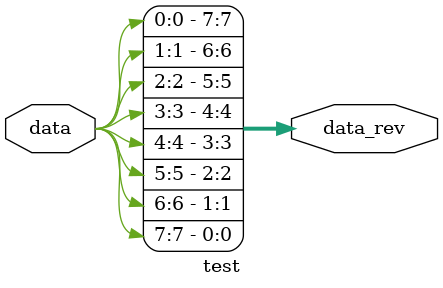
<source format=sv>
module test (
    input  logic  [7:0]data ,
    output logic  [7:0]data_rev 
    );
    
    always_comb
        for(int i=0; i<8;i++)
            data_rev[i] = data[7-i];
    
endmodule

</source>
